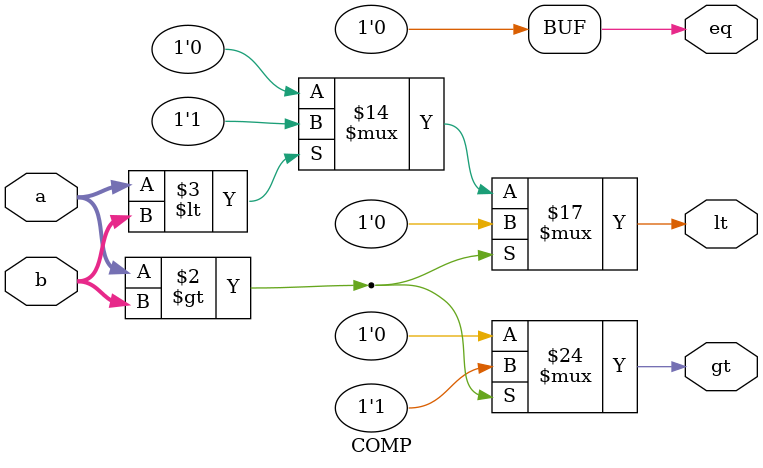
<source format=v>
`timescale 1ns / 1ps
module COMP(a,b,gt,lt,eq);

	parameter DATAWIDTH = 2;

	input [DATAWIDTH-1:0] a,b;
	output reg gt,lt,eq;

	always @(a,b) begin
	
		if ( a > b) begin
			gt <= 1;
			lt <= 0;
			eq <= 0;
		end
		
		else if (a < b) begin
			gt <= 0;
			lt <= 1;
			eq <= 0;
		end
		
		else if (a == b) begin
			gt <= 0;
			lt <= 0;
			eq <= 0;
		end
		
		else begin
			gt <= 0;
			lt <= 0;
			eq <= 0;
		end
		
	end

endmodule

</source>
